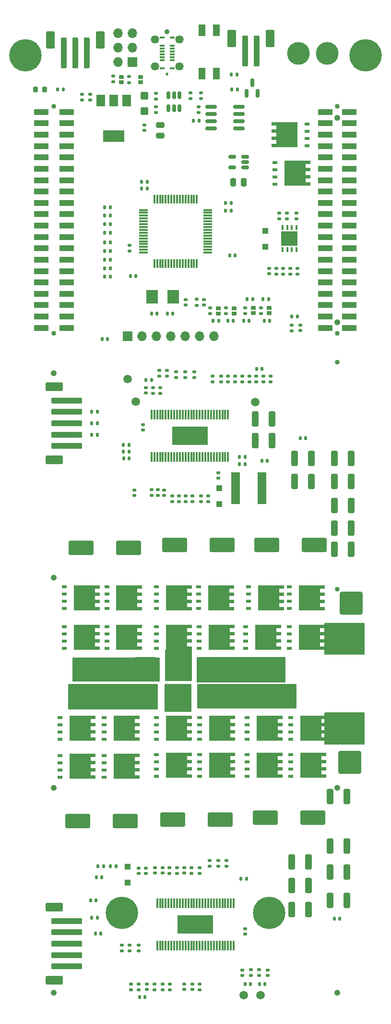
<source format=gbr>
%TF.GenerationSoftware,KiCad,Pcbnew,(6.0.10)*%
%TF.CreationDate,2023-04-24T21:45:00+09:00*%
%TF.ProjectId,qdrive_hw,71647269-7665-45f6-9877-2e6b69636164,rev?*%
%TF.SameCoordinates,Original*%
%TF.FileFunction,Soldermask,Top*%
%TF.FilePolarity,Negative*%
%FSLAX46Y46*%
G04 Gerber Fmt 4.6, Leading zero omitted, Abs format (unit mm)*
G04 Created by KiCad (PCBNEW (6.0.10)) date 2023-04-24 21:45:00*
%MOMM*%
%LPD*%
G01*
G04 APERTURE LIST*
G04 Aperture macros list*
%AMRoundRect*
0 Rectangle with rounded corners*
0 $1 Rounding radius*
0 $2 $3 $4 $5 $6 $7 $8 $9 X,Y pos of 4 corners*
0 Add a 4 corners polygon primitive as box body*
4,1,4,$2,$3,$4,$5,$6,$7,$8,$9,$2,$3,0*
0 Add four circle primitives for the rounded corners*
1,1,$1+$1,$2,$3*
1,1,$1+$1,$4,$5*
1,1,$1+$1,$6,$7*
1,1,$1+$1,$8,$9*
0 Add four rect primitives between the rounded corners*
20,1,$1+$1,$2,$3,$4,$5,0*
20,1,$1+$1,$4,$5,$6,$7,0*
20,1,$1+$1,$6,$7,$8,$9,0*
20,1,$1+$1,$8,$9,$2,$3,0*%
%AMFreePoly0*
4,1,15,-0.350000,0.260000,-0.210000,0.400000,0.280000,0.400000,0.306788,0.394672,0.329497,0.379497,0.344672,0.356788,0.350000,0.330000,0.350000,-0.330000,0.344672,-0.356788,0.329497,-0.379497,0.306788,-0.394672,0.280000,-0.400000,-0.210000,-0.400000,-0.350000,-0.260000,-0.350000,0.260000,-0.350000,0.260000,$1*%
%AMFreePoly1*
4,1,15,-0.350000,0.330000,-0.344672,0.356788,-0.329497,0.379497,-0.306788,0.394672,-0.280000,0.400000,0.210000,0.400000,0.350000,0.260000,0.350000,-0.260000,0.210000,-0.400000,-0.280000,-0.400000,-0.306788,-0.394672,-0.329497,-0.379497,-0.344672,-0.356788,-0.350000,-0.330000,-0.350000,0.330000,-0.350000,0.330000,$1*%
%AMFreePoly2*
4,1,17,2.675000,1.605000,1.875000,1.605000,1.875000,0.935000,2.675000,0.935000,2.675000,0.335000,1.875000,0.335000,1.875000,-0.335000,2.675000,-0.335000,2.675000,-0.935000,1.875000,-0.935000,1.875000,-1.605000,2.675000,-1.605000,2.675000,-2.205000,-1.875000,-2.205000,-1.875000,2.205000,2.675000,2.205000,2.675000,1.605000,2.675000,1.605000,$1*%
G04 Aperture macros list end*
%ADD10C,0.150000*%
%ADD11RoundRect,0.250000X-0.325000X-1.100000X0.325000X-1.100000X0.325000X1.100000X-0.325000X1.100000X0*%
%ADD12RoundRect,0.140000X0.170000X-0.140000X0.170000X0.140000X-0.170000X0.140000X-0.170000X-0.140000X0*%
%ADD13R,1.200000X2.000000*%
%ADD14RoundRect,0.140000X-0.140000X-0.170000X0.140000X-0.170000X0.140000X0.170000X-0.140000X0.170000X0*%
%ADD15RoundRect,0.135000X0.135000X0.185000X-0.135000X0.185000X-0.135000X-0.185000X0.135000X-0.185000X0*%
%ADD16C,1.500000*%
%ADD17RoundRect,0.135000X0.185000X-0.135000X0.185000X0.135000X-0.185000X0.135000X-0.185000X-0.135000X0*%
%ADD18RoundRect,0.135000X-0.185000X0.135000X-0.185000X-0.135000X0.185000X-0.135000X0.185000X0.135000X0*%
%ADD19RoundRect,0.135000X-0.135000X-0.185000X0.135000X-0.185000X0.135000X0.185000X-0.135000X0.185000X0*%
%ADD20C,0.850000*%
%ADD21R,2.500000X1.000000*%
%ADD22FreePoly0,270.000000*%
%ADD23FreePoly1,270.000000*%
%ADD24RoundRect,0.140000X-0.170000X0.140000X-0.170000X-0.140000X0.170000X-0.140000X0.170000X0.140000X0*%
%ADD25RoundRect,0.250000X-1.750000X1.750000X-1.750000X-1.750000X1.750000X-1.750000X1.750000X1.750000X0*%
%ADD26FreePoly2,0.000000*%
%ADD27R,0.850000X0.500000*%
%ADD28RoundRect,0.140000X0.140000X0.170000X-0.140000X0.170000X-0.140000X-0.170000X0.140000X-0.170000X0*%
%ADD29RoundRect,0.150000X0.512500X0.150000X-0.512500X0.150000X-0.512500X-0.150000X0.512500X-0.150000X0*%
%ADD30RoundRect,0.150000X0.150000X-0.587500X0.150000X0.587500X-0.150000X0.587500X-0.150000X-0.587500X0*%
%ADD31RoundRect,0.250000X2.500000X-0.250000X2.500000X0.250000X-2.500000X0.250000X-2.500000X-0.250000X0*%
%ADD32RoundRect,0.250000X1.250000X-0.550000X1.250000X0.550000X-1.250000X0.550000X-1.250000X-0.550000X0*%
%ADD33R,1.100000X1.100000*%
%ADD34RoundRect,0.250000X-1.750000X-1.750000X1.750000X-1.750000X1.750000X1.750000X-1.750000X1.750000X0*%
%ADD35R,2.000000X2.400000*%
%ADD36RoundRect,0.011200X0.128800X-0.773800X0.128800X0.773800X-0.128800X0.773800X-0.128800X-0.773800X0*%
%ADD37C,0.500000*%
%ADD38R,6.350000X3.235000*%
%ADD39RoundRect,0.250000X1.750000X1.750000X-1.750000X1.750000X-1.750000X-1.750000X1.750000X-1.750000X0*%
%ADD40C,4.000000*%
%ADD41C,0.520000*%
%ADD42C,0.890000*%
%ADD43R,0.870000X0.300000*%
%ADD44C,1.460000*%
%ADD45RoundRect,0.250000X0.250000X0.475000X-0.250000X0.475000X-0.250000X-0.475000X0.250000X-0.475000X0*%
%ADD46RoundRect,0.250000X-0.250000X-2.500000X0.250000X-2.500000X0.250000X2.500000X-0.250000X2.500000X0*%
%ADD47RoundRect,0.250000X-0.550000X-1.250000X0.550000X-1.250000X0.550000X1.250000X-0.550000X1.250000X0*%
%ADD48RoundRect,0.075000X0.075000X-0.700000X0.075000X0.700000X-0.075000X0.700000X-0.075000X-0.700000X0*%
%ADD49RoundRect,0.075000X0.700000X-0.075000X0.700000X0.075000X-0.700000X0.075000X-0.700000X-0.075000X0*%
%ADD50C,5.700000*%
%ADD51RoundRect,0.250000X0.325000X1.100000X-0.325000X1.100000X-0.325000X-1.100000X0.325000X-1.100000X0*%
%ADD52C,3.600000*%
%ADD53RoundRect,0.250000X0.425000X-0.450000X0.425000X0.450000X-0.425000X0.450000X-0.425000X-0.450000X0*%
%ADD54RoundRect,0.250000X1.950000X1.000000X-1.950000X1.000000X-1.950000X-1.000000X1.950000X-1.000000X0*%
%ADD55R,1.700000X1.700000*%
%ADD56O,1.700000X1.700000*%
%ADD57C,1.050000*%
%ADD58RoundRect,0.218750X-0.218750X-0.256250X0.218750X-0.256250X0.218750X0.256250X-0.218750X0.256250X0*%
%ADD59R,1.600000X5.700000*%
%ADD60R,1.500000X2.000000*%
%ADD61R,3.800000X2.000000*%
%ADD62RoundRect,0.150000X-0.825000X-0.150000X0.825000X-0.150000X0.825000X0.150000X-0.825000X0.150000X0*%
%ADD63RoundRect,0.250000X0.475000X-0.250000X0.475000X0.250000X-0.475000X0.250000X-0.475000X-0.250000X0*%
%ADD64RoundRect,0.011200X-0.128800X0.773800X-0.128800X-0.773800X0.128800X-0.773800X0.128800X0.773800X0*%
%ADD65RoundRect,0.075000X0.075000X-0.362500X0.075000X0.362500X-0.075000X0.362500X-0.075000X-0.362500X0*%
%ADD66R,3.000000X2.600000*%
%ADD67FreePoly2,180.000000*%
%ADD68FreePoly0,90.000000*%
%ADD69FreePoly1,90.000000*%
%ADD70RoundRect,0.150000X-0.150000X0.512500X-0.150000X-0.512500X0.150000X-0.512500X0.150000X0.512500X0*%
G04 APERTURE END LIST*
D10*
X181650000Y-157100000D02*
X166350000Y-157100000D01*
X166350000Y-157100000D02*
X166350000Y-161200000D01*
X166350000Y-161200000D02*
X181650000Y-161200000D01*
X181650000Y-161200000D02*
X181650000Y-157100000D01*
G36*
X181650000Y-157100000D02*
G01*
X166350000Y-157100000D01*
X166350000Y-161200000D01*
X181650000Y-161200000D01*
X181650000Y-157100000D01*
G37*
X187175000Y-161800000D02*
X182625000Y-161800000D01*
X182625000Y-161800000D02*
X182625000Y-166500000D01*
X182625000Y-166500000D02*
X187175000Y-166500000D01*
X187175000Y-166500000D02*
X187175000Y-161800000D01*
G36*
X187175000Y-161800000D02*
G01*
X182625000Y-161800000D01*
X182625000Y-166500000D01*
X187175000Y-166500000D01*
X187175000Y-161800000D01*
G37*
X203800000Y-157025000D02*
X188300000Y-157025000D01*
X188300000Y-157025000D02*
X188300000Y-161375000D01*
X188300000Y-161375000D02*
X203800000Y-161375000D01*
X203800000Y-161375000D02*
X203800000Y-157025000D01*
G36*
X203800000Y-157025000D02*
G01*
X188300000Y-157025000D01*
X188300000Y-161375000D01*
X203800000Y-161375000D01*
X203800000Y-157025000D01*
G37*
X187300000Y-155650000D02*
X182750000Y-155650000D01*
X182750000Y-155650000D02*
X182750000Y-161100000D01*
X182750000Y-161100000D02*
X187300000Y-161100000D01*
X187300000Y-161100000D02*
X187300000Y-155650000D01*
G36*
X187300000Y-155650000D02*
G01*
X182750000Y-155650000D01*
X182750000Y-161100000D01*
X187300000Y-161100000D01*
X187300000Y-155650000D01*
G37*
X217750000Y-151000000D02*
X210850000Y-151000000D01*
X210850000Y-151000000D02*
X210850000Y-156450000D01*
X210850000Y-156450000D02*
X217750000Y-156450000D01*
X217750000Y-156450000D02*
X217750000Y-151000000D01*
G36*
X217750000Y-151000000D02*
G01*
X210850000Y-151000000D01*
X210850000Y-156450000D01*
X217750000Y-156450000D01*
X217750000Y-151000000D01*
G37*
X181300000Y-161750000D02*
X165650000Y-161750000D01*
X165650000Y-161750000D02*
X165650000Y-166050000D01*
X165650000Y-166050000D02*
X181300000Y-166050000D01*
X181300000Y-166050000D02*
X181300000Y-161750000D01*
G36*
X181300000Y-161750000D02*
G01*
X165650000Y-161750000D01*
X165650000Y-166050000D01*
X181300000Y-166050000D01*
X181300000Y-161750000D01*
G37*
X205750000Y-161750000D02*
X188400000Y-161750000D01*
X188400000Y-161750000D02*
X188400000Y-165950000D01*
X188400000Y-165950000D02*
X205750000Y-165950000D01*
X205750000Y-165950000D02*
X205750000Y-161750000D01*
G36*
X205750000Y-161750000D02*
G01*
X188400000Y-161750000D01*
X188400000Y-165950000D01*
X205750000Y-165950000D01*
X205750000Y-161750000D01*
G37*
X217750000Y-166800000D02*
X210850000Y-166800000D01*
X210850000Y-166800000D02*
X210850000Y-172250000D01*
X210850000Y-172250000D02*
X217750000Y-172250000D01*
X217750000Y-172250000D02*
X217750000Y-166800000D01*
G36*
X217750000Y-166800000D02*
G01*
X210850000Y-166800000D01*
X210850000Y-172250000D01*
X217750000Y-172250000D01*
X217750000Y-166800000D01*
G37*
D11*
%TO.C,C308*%
X212525000Y-134250000D03*
X215475000Y-134250000D03*
%TD*%
D12*
%TO.C,C215*%
X168000000Y-58880000D03*
X168000000Y-57920000D03*
%TD*%
D13*
%TO.C,SW201*%
X191670000Y-46590000D03*
X189130000Y-46590000D03*
X189130000Y-54210000D03*
X191670000Y-54210000D03*
%TD*%
D14*
%TO.C,C226*%
X191120000Y-97800000D03*
X192080000Y-97800000D03*
%TD*%
D11*
%TO.C,C401*%
X211775000Y-194750000D03*
X214725000Y-194750000D03*
%TD*%
D15*
%TO.C,R216*%
X173010000Y-88500000D03*
X171990000Y-88500000D03*
%TD*%
D16*
%TO.C,TP302*%
X177500000Y-112000000D03*
%TD*%
D17*
%TO.C,R304*%
X191000000Y-108510000D03*
X191000000Y-107490000D03*
%TD*%
D16*
%TO.C,TP301*%
X176000000Y-108000000D03*
%TD*%
D12*
%TO.C,C217*%
X179000000Y-64230000D03*
X179000000Y-63270000D03*
%TD*%
D17*
%TO.C,R411*%
X188750000Y-195010000D03*
X188750000Y-193990000D03*
%TD*%
D18*
%TO.C,R418*%
X199250000Y-211990000D03*
X199250000Y-213010000D03*
%TD*%
%TO.C,R404*%
X183500000Y-214490000D03*
X183500000Y-215510000D03*
%TD*%
D19*
%TO.C,R202*%
X194290000Y-54400000D03*
X195310000Y-54400000D03*
%TD*%
D20*
%TO.C,J204*%
X163000000Y-60000000D03*
X163000000Y-100000000D03*
D21*
X165250000Y-61000000D03*
X160750000Y-61000000D03*
X165250000Y-63000000D03*
X160750000Y-63000000D03*
X165250000Y-65000000D03*
X160750000Y-65000000D03*
X165250000Y-67000000D03*
X160750000Y-67000000D03*
X165250000Y-69000000D03*
X160750000Y-69000000D03*
X165250000Y-71000000D03*
X160750000Y-71000000D03*
X165250000Y-73000000D03*
X160750000Y-73000000D03*
X165250000Y-75000000D03*
X160750000Y-75000000D03*
X165250000Y-77000000D03*
X160750000Y-77000000D03*
X165250000Y-79000000D03*
X160750000Y-79000000D03*
X165250000Y-81000000D03*
X160750000Y-81000000D03*
X165250000Y-83000000D03*
X160750000Y-83000000D03*
X165250000Y-85000000D03*
X160750000Y-85000000D03*
X165250000Y-87000000D03*
X160750000Y-87000000D03*
X165250000Y-89000000D03*
X160750000Y-89000000D03*
X165250000Y-91000000D03*
X160750000Y-91000000D03*
X165250000Y-93000000D03*
X160750000Y-93000000D03*
X165250000Y-95000000D03*
X160750000Y-95000000D03*
X165250000Y-97000000D03*
X160750000Y-97000000D03*
X165250000Y-99000000D03*
X160750000Y-99000000D03*
%TD*%
D18*
%TO.C,R201*%
X176400000Y-84490000D03*
X176400000Y-85510000D03*
%TD*%
D14*
%TO.C,C335*%
X169720000Y-113800000D03*
X170680000Y-113800000D03*
%TD*%
%TO.C,C209*%
X183020000Y-96500000D03*
X183980000Y-96500000D03*
%TD*%
D22*
%TO.C,JP204*%
X192000000Y-95550000D03*
D23*
X192000000Y-96450000D03*
%TD*%
D24*
%TO.C,C204*%
X186250000Y-94020000D03*
X186250000Y-94980000D03*
%TD*%
D17*
%TO.C,R205*%
X204750000Y-89510000D03*
X204750000Y-88490000D03*
%TD*%
D25*
%TO.C,J306*%
X185000000Y-159000000D03*
%TD*%
D12*
%TO.C,C216*%
X181000000Y-61080000D03*
X181000000Y-60120000D03*
%TD*%
D17*
%TO.C,R414*%
X193500000Y-193760000D03*
X193500000Y-192740000D03*
%TD*%
D26*
%TO.C,Q308*%
X184650000Y-153500000D03*
D27*
X181100000Y-151595000D03*
X181100000Y-152865000D03*
X181100000Y-154135000D03*
X181100000Y-155405000D03*
%TD*%
D17*
%TO.C,R403*%
X188750000Y-215510000D03*
X188750000Y-214490000D03*
%TD*%
D28*
%TO.C,C423*%
X171480000Y-195750000D03*
X170520000Y-195750000D03*
%TD*%
%TO.C,C201*%
X194280000Y-78400000D03*
X193320000Y-78400000D03*
%TD*%
D18*
%TO.C,R229*%
X189000000Y-57590000D03*
X189000000Y-58610000D03*
%TD*%
D29*
%TO.C,U205*%
X196737500Y-70750000D03*
X196737500Y-69800000D03*
X196737500Y-68850000D03*
X194462500Y-68850000D03*
X194462500Y-70750000D03*
%TD*%
D28*
%TO.C,C326*%
X176280000Y-122000000D03*
X175320000Y-122000000D03*
%TD*%
D26*
%TO.C,Q404*%
X167650000Y-169500000D03*
D27*
X164100000Y-167595000D03*
X164100000Y-168865000D03*
X164100000Y-170135000D03*
X164100000Y-171405000D03*
%TD*%
D26*
%TO.C,Q401*%
X175450000Y-176200000D03*
D27*
X171900000Y-174295000D03*
X171900000Y-175565000D03*
X171900000Y-176835000D03*
X171900000Y-178105000D03*
%TD*%
D18*
%TO.C,R419*%
X175000000Y-207690000D03*
X175000000Y-208710000D03*
%TD*%
D14*
%TO.C,C219*%
X171520000Y-101000000D03*
X172480000Y-101000000D03*
%TD*%
D26*
%TO.C,Q304*%
X200400000Y-153500000D03*
D27*
X196850000Y-151595000D03*
X196850000Y-152865000D03*
X196850000Y-154135000D03*
X196850000Y-155405000D03*
%TD*%
D30*
%TO.C,D203*%
X197050000Y-57737500D03*
X198950000Y-57737500D03*
X198000000Y-55862500D03*
%TD*%
D22*
%TO.C,JP203*%
X194800000Y-95550000D03*
D23*
X194800000Y-96450000D03*
%TD*%
D15*
%TO.C,R213*%
X173010000Y-85500000D03*
X171990000Y-85500000D03*
%TD*%
D19*
%TO.C,R209*%
X205000000Y-97000000D03*
X206020000Y-97000000D03*
%TD*%
D26*
%TO.C,Q201*%
X205550000Y-71800000D03*
D27*
X202000000Y-69895000D03*
X202000000Y-71165000D03*
X202000000Y-72435000D03*
X202000000Y-73705000D03*
%TD*%
D28*
%TO.C,C207*%
X194980000Y-86250000D03*
X194020000Y-86250000D03*
%TD*%
D18*
%TO.C,R222*%
X190600000Y-95490000D03*
X190600000Y-96510000D03*
%TD*%
D26*
%TO.C,Q412*%
X200650000Y-169500000D03*
D27*
X197100000Y-167595000D03*
X197100000Y-168865000D03*
X197100000Y-170135000D03*
X197100000Y-171405000D03*
%TD*%
D24*
%TO.C,C413*%
X180860000Y-194020000D03*
X180860000Y-194980000D03*
%TD*%
D17*
%TO.C,R318*%
X180500000Y-110510000D03*
X180500000Y-109490000D03*
%TD*%
D31*
%TO.C,J303*%
X165300000Y-119800000D03*
X165300000Y-117800000D03*
X165300000Y-115800000D03*
X165300000Y-113800000D03*
X165300000Y-111800000D03*
D32*
X163050000Y-109400000D03*
X163050000Y-122200000D03*
%TD*%
D33*
%TO.C,D301*%
X192200000Y-127200000D03*
X192200000Y-130000000D03*
%TD*%
D14*
%TO.C,C409*%
X196770000Y-214500000D03*
X197730000Y-214500000D03*
%TD*%
D12*
%TO.C,C218*%
X169400000Y-58880000D03*
X169400000Y-57920000D03*
%TD*%
D19*
%TO.C,R423*%
X170740000Y-193750000D03*
X171760000Y-193750000D03*
%TD*%
D26*
%TO.C,Q309*%
X175900000Y-146500000D03*
D27*
X172350000Y-144595000D03*
X172350000Y-145865000D03*
X172350000Y-147135000D03*
X172350000Y-148405000D03*
%TD*%
D19*
%TO.C,TH301*%
X175290000Y-119600000D03*
X176310000Y-119600000D03*
%TD*%
D12*
%TO.C,C417*%
X190500000Y-193730000D03*
X190500000Y-192770000D03*
%TD*%
D14*
%TO.C,C324*%
X198770000Y-106250000D03*
X199730000Y-106250000D03*
%TD*%
D19*
%TO.C,R206*%
X187590000Y-62500000D03*
X188610000Y-62500000D03*
%TD*%
D34*
%TO.C,J401*%
X179200000Y-164100000D03*
%TD*%
D15*
%TO.C,R220*%
X173010000Y-77750000D03*
X171990000Y-77750000D03*
%TD*%
D11*
%TO.C,C304*%
X212525000Y-138000000D03*
X215475000Y-138000000D03*
%TD*%
D12*
%TO.C,C311*%
X179250000Y-110480000D03*
X179250000Y-109520000D03*
%TD*%
D33*
%TO.C,D201*%
X200350000Y-81912500D03*
X200350000Y-84712500D03*
%TD*%
D28*
%TO.C,C202*%
X194280000Y-77000000D03*
X193320000Y-77000000D03*
%TD*%
D26*
%TO.C,Q407*%
X184650000Y-176000000D03*
D27*
X181100000Y-174095000D03*
X181100000Y-175365000D03*
X181100000Y-176635000D03*
X181100000Y-177905000D03*
%TD*%
D17*
%TO.C,R210*%
X205000000Y-99510000D03*
X205000000Y-98490000D03*
%TD*%
%TO.C,R305*%
X201250000Y-108510000D03*
X201250000Y-107490000D03*
%TD*%
D14*
%TO.C,C334*%
X169720000Y-115800000D03*
X170680000Y-115800000D03*
%TD*%
D26*
%TO.C,Q405*%
X192250000Y-176000000D03*
D27*
X188700000Y-174095000D03*
X188700000Y-175365000D03*
X188700000Y-176635000D03*
X188700000Y-177905000D03*
%TD*%
D35*
%TO.C,Y201*%
X184050000Y-93500000D03*
X180350000Y-93500000D03*
%TD*%
D12*
%TO.C,C320*%
X200000000Y-108480000D03*
X200000000Y-107520000D03*
%TD*%
D36*
%TO.C,U401*%
X181250000Y-207720000D03*
X181750000Y-207720000D03*
X182250000Y-207720000D03*
X182750000Y-207720000D03*
X183250000Y-207720000D03*
X183750000Y-207720000D03*
X184250000Y-207720000D03*
X184750000Y-207720000D03*
X185250000Y-207720000D03*
X185750000Y-207720000D03*
X186250000Y-207720000D03*
X186750000Y-207720000D03*
X187250000Y-207720000D03*
X187750000Y-207720000D03*
X188250000Y-207720000D03*
X188750000Y-207720000D03*
X189250000Y-207720000D03*
X189750000Y-207720000D03*
X190250000Y-207720000D03*
X190750000Y-207720000D03*
X191250000Y-207720000D03*
X191750000Y-207720000D03*
X192250000Y-207720000D03*
X192750000Y-207720000D03*
X193250000Y-207720000D03*
X193750000Y-207720000D03*
X194250000Y-207720000D03*
X194750000Y-207720000D03*
X194750000Y-200280000D03*
X194250000Y-200280000D03*
X193750000Y-200280000D03*
X193250000Y-200280000D03*
X192750000Y-200280000D03*
X192250000Y-200280000D03*
X191750000Y-200280000D03*
X191250000Y-200280000D03*
X190750000Y-200280000D03*
X190250000Y-200280000D03*
X189750000Y-200280000D03*
X189250000Y-200280000D03*
X188750000Y-200280000D03*
X188250000Y-200280000D03*
X187750000Y-200280000D03*
X187250000Y-200280000D03*
X186750000Y-200280000D03*
X186250000Y-200280000D03*
X185750000Y-200280000D03*
X185250000Y-200280000D03*
X184750000Y-200280000D03*
X184250000Y-200280000D03*
X183750000Y-200280000D03*
X183250000Y-200280000D03*
X182750000Y-200280000D03*
X182250000Y-200280000D03*
X181750000Y-200280000D03*
X181250000Y-200280000D03*
D37*
X187300000Y-202800000D03*
X188700000Y-204400000D03*
X190800000Y-202800000D03*
X185200000Y-205200000D03*
X190100000Y-204400000D03*
D38*
X188000000Y-204000000D03*
D37*
X186600000Y-204400000D03*
X189400000Y-203600000D03*
X189400000Y-204400000D03*
X190800000Y-205200000D03*
X190800000Y-204400000D03*
X188000000Y-202800000D03*
X189400000Y-205200000D03*
X187300000Y-205200000D03*
X190100000Y-203600000D03*
X190100000Y-205200000D03*
X185900000Y-205200000D03*
X190100000Y-202800000D03*
X185900000Y-204400000D03*
X188000000Y-203600000D03*
X186600000Y-202800000D03*
X185900000Y-203600000D03*
X185900000Y-202800000D03*
X186600000Y-205200000D03*
X185200000Y-203600000D03*
X188700000Y-203600000D03*
X187300000Y-203600000D03*
X186600000Y-203600000D03*
X189400000Y-202800000D03*
X190800000Y-203600000D03*
X185200000Y-204400000D03*
X187300000Y-204400000D03*
X188000000Y-204400000D03*
X185200000Y-202800000D03*
X188000000Y-205200000D03*
X188700000Y-202800000D03*
X188700000Y-205200000D03*
%TD*%
D12*
%TO.C,C318*%
X182500000Y-128480000D03*
X182500000Y-127520000D03*
%TD*%
D15*
%TO.C,R211*%
X173010000Y-79250000D03*
X171990000Y-79250000D03*
%TD*%
D39*
%TO.C,J302*%
X215500000Y-153500000D03*
%TD*%
D17*
%TO.C,R233*%
X187100000Y-58610000D03*
X187100000Y-57590000D03*
%TD*%
D18*
%TO.C,R313*%
X181380000Y-127490000D03*
X181380000Y-128510000D03*
%TD*%
D33*
%TO.C,D401*%
X176000000Y-196650000D03*
X176000000Y-193850000D03*
%TD*%
D12*
%TO.C,C406*%
X187500000Y-215480000D03*
X187500000Y-214520000D03*
%TD*%
D17*
%TO.C,R203*%
X203500000Y-89510000D03*
X203500000Y-88490000D03*
%TD*%
D12*
%TO.C,C415*%
X182200000Y-194980000D03*
X182200000Y-194020000D03*
%TD*%
D17*
%TO.C,R208*%
X205800000Y-79822500D03*
X205800000Y-78802500D03*
%TD*%
D34*
%TO.C,J307*%
X179200000Y-159000000D03*
%TD*%
D40*
%TO.C,J203*%
X206200000Y-50700000D03*
X211280000Y-50700000D03*
%TD*%
D28*
%TO.C,C208*%
X181230000Y-96500000D03*
X180270000Y-96500000D03*
%TD*%
D18*
%TO.C,R417*%
X197750000Y-211990000D03*
X197750000Y-213010000D03*
%TD*%
%TO.C,R225*%
X199600000Y-95440000D03*
X199600000Y-96460000D03*
%TD*%
D12*
%TO.C,C210*%
X189500000Y-94980000D03*
X189500000Y-94020000D03*
%TD*%
D14*
%TO.C,C432*%
X212520000Y-203000000D03*
X213480000Y-203000000D03*
%TD*%
D41*
%TO.C,J201*%
X183000000Y-54350000D03*
D42*
X183000000Y-46850000D03*
D43*
X182135000Y-53350000D03*
X182135000Y-51850000D03*
X182135000Y-51350000D03*
X182135000Y-50850000D03*
X182135000Y-50350000D03*
X182135000Y-49850000D03*
X182135000Y-49350000D03*
X182135000Y-47850000D03*
X183865000Y-47850000D03*
X183865000Y-49350000D03*
X183865000Y-49850000D03*
X183865000Y-50350000D03*
X183865000Y-50850000D03*
X183865000Y-51350000D03*
X183865000Y-51850000D03*
X183865000Y-53350000D03*
D44*
X180850000Y-53000000D03*
X180850000Y-48200000D03*
X185150000Y-48200000D03*
X185150000Y-53000000D03*
%TD*%
D15*
%TO.C,TH401*%
X174010000Y-193750000D03*
X172990000Y-193750000D03*
%TD*%
D26*
%TO.C,Q402*%
X175450000Y-169500000D03*
D27*
X171900000Y-167595000D03*
X171900000Y-168865000D03*
X171900000Y-170135000D03*
X171900000Y-171405000D03*
%TD*%
D34*
%TO.C,J309*%
X215500000Y-147500000D03*
%TD*%
D28*
%TO.C,C410*%
X200230000Y-214500000D03*
X199270000Y-214500000D03*
%TD*%
D15*
%TO.C,R221*%
X173010000Y-80750000D03*
X171990000Y-80750000D03*
%TD*%
D24*
%TO.C,C307*%
X187800000Y-106770000D03*
X187800000Y-107730000D03*
%TD*%
D34*
%TO.C,J409*%
X215250000Y-175500000D03*
%TD*%
D18*
%TO.C,R307*%
X196250000Y-107490000D03*
X196250000Y-108510000D03*
%TD*%
D28*
%TO.C,C424*%
X171280000Y-205600000D03*
X170320000Y-205600000D03*
%TD*%
D24*
%TO.C,C306*%
X186200000Y-106770000D03*
X186200000Y-107730000D03*
%TD*%
D16*
%TO.C,TP305*%
X198580000Y-112100000D03*
%TD*%
D24*
%TO.C,C407*%
X186000000Y-214520000D03*
X186000000Y-215480000D03*
%TD*%
D22*
%TO.C,JP202*%
X198200000Y-95500000D03*
D23*
X198200000Y-96400000D03*
%TD*%
D45*
%TO.C,C221*%
X196550000Y-73400000D03*
X194650000Y-73400000D03*
%TD*%
D26*
%TO.C,Q410*%
X208400000Y-169500000D03*
D27*
X204850000Y-167595000D03*
X204850000Y-168865000D03*
X204850000Y-170135000D03*
X204850000Y-171405000D03*
%TD*%
D14*
%TO.C,C224*%
X196520000Y-97800000D03*
X197480000Y-97800000D03*
%TD*%
D46*
%TO.C,J202*%
X196800000Y-50300000D03*
X198800000Y-50300000D03*
D47*
X201200000Y-48050000D03*
X194400000Y-48050000D03*
%TD*%
D24*
%TO.C,C419*%
X179400000Y-214520000D03*
X179400000Y-215480000D03*
%TD*%
D17*
%TO.C,R410*%
X187250000Y-195010000D03*
X187250000Y-193990000D03*
%TD*%
D26*
%TO.C,Q411*%
X200650000Y-176000000D03*
D27*
X197100000Y-174095000D03*
X197100000Y-175365000D03*
X197100000Y-176635000D03*
X197100000Y-177905000D03*
%TD*%
D48*
%TO.C,U201*%
X180750000Y-87675000D03*
X181250000Y-87675000D03*
X181750000Y-87675000D03*
X182250000Y-87675000D03*
X182750000Y-87675000D03*
X183250000Y-87675000D03*
X183750000Y-87675000D03*
X184250000Y-87675000D03*
X184750000Y-87675000D03*
X185250000Y-87675000D03*
X185750000Y-87675000D03*
X186250000Y-87675000D03*
X186750000Y-87675000D03*
X187250000Y-87675000D03*
X187750000Y-87675000D03*
X188250000Y-87675000D03*
D49*
X190175000Y-85750000D03*
X190175000Y-85250000D03*
X190175000Y-84750000D03*
X190175000Y-84250000D03*
X190175000Y-83750000D03*
X190175000Y-83250000D03*
X190175000Y-82750000D03*
X190175000Y-82250000D03*
X190175000Y-81750000D03*
X190175000Y-81250000D03*
X190175000Y-80750000D03*
X190175000Y-80250000D03*
X190175000Y-79750000D03*
X190175000Y-79250000D03*
X190175000Y-78750000D03*
X190175000Y-78250000D03*
D48*
X188250000Y-76325000D03*
X187750000Y-76325000D03*
X187250000Y-76325000D03*
X186750000Y-76325000D03*
X186250000Y-76325000D03*
X185750000Y-76325000D03*
X185250000Y-76325000D03*
X184750000Y-76325000D03*
X184250000Y-76325000D03*
X183750000Y-76325000D03*
X183250000Y-76325000D03*
X182750000Y-76325000D03*
X182250000Y-76325000D03*
X181750000Y-76325000D03*
X181250000Y-76325000D03*
X180750000Y-76325000D03*
D49*
X178825000Y-78250000D03*
X178825000Y-78750000D03*
X178825000Y-79250000D03*
X178825000Y-79750000D03*
X178825000Y-80250000D03*
X178825000Y-80750000D03*
X178825000Y-81250000D03*
X178825000Y-81750000D03*
X178825000Y-82250000D03*
X178825000Y-82750000D03*
X178825000Y-83250000D03*
X178825000Y-83750000D03*
X178825000Y-84250000D03*
X178825000Y-84750000D03*
X178825000Y-85250000D03*
X178825000Y-85750000D03*
%TD*%
D11*
%TO.C,C404*%
X211775000Y-190250000D03*
X214725000Y-190250000D03*
%TD*%
D19*
%TO.C,R204*%
X194390000Y-57000000D03*
X195410000Y-57000000D03*
%TD*%
D12*
%TO.C,C420*%
X179250000Y-195080000D03*
X179250000Y-194120000D03*
%TD*%
D50*
%TO.C,H401*%
X175000000Y-202000000D03*
%TD*%
D18*
%TO.C,R223*%
X193400000Y-95490000D03*
X193400000Y-96510000D03*
%TD*%
D17*
%TO.C,R231*%
X176300000Y-55810000D03*
X176300000Y-54790000D03*
%TD*%
D51*
%TO.C,C418*%
X207975000Y-197200000D03*
X205025000Y-197200000D03*
%TD*%
D12*
%TO.C,C312*%
X183000000Y-107480000D03*
X183000000Y-106520000D03*
%TD*%
D52*
%TO.C,H203*%
X158000000Y-51000000D03*
D50*
X158000000Y-51000000D03*
%TD*%
D31*
%TO.C,J406*%
X165300000Y-211400000D03*
X165300000Y-209400000D03*
X165300000Y-207400000D03*
X165300000Y-205400000D03*
X165300000Y-203400000D03*
D32*
X163050000Y-201000000D03*
X163050000Y-213800000D03*
%TD*%
D14*
%TO.C,C421*%
X178120000Y-216800000D03*
X179080000Y-216800000D03*
%TD*%
D18*
%TO.C,R303*%
X184600000Y-106740000D03*
X184600000Y-107760000D03*
%TD*%
D17*
%TO.C,R413*%
X192000000Y-193760000D03*
X192000000Y-192740000D03*
%TD*%
D14*
%TO.C,C205*%
X178520000Y-73250000D03*
X179480000Y-73250000D03*
%TD*%
%TO.C,C310*%
X179270000Y-108200000D03*
X180230000Y-108200000D03*
%TD*%
D22*
%TO.C,JP206*%
X174900000Y-54850000D03*
D23*
X174900000Y-55750000D03*
%TD*%
D34*
%TO.C,J403*%
X190800000Y-164000000D03*
%TD*%
D17*
%TO.C,R402*%
X184750000Y-195010000D03*
X184750000Y-193990000D03*
%TD*%
D18*
%TO.C,R302*%
X187480000Y-128590000D03*
X187480000Y-129610000D03*
%TD*%
D17*
%TO.C,R322*%
X198750000Y-108510000D03*
X198750000Y-107490000D03*
%TD*%
D24*
%TO.C,C411*%
X200750000Y-212020000D03*
X200750000Y-212980000D03*
%TD*%
%TO.C,C211*%
X201000000Y-88520000D03*
X201000000Y-89480000D03*
%TD*%
D14*
%TO.C,C206*%
X178520000Y-74500000D03*
X179480000Y-74500000D03*
%TD*%
D53*
%TO.C,C220*%
X179000000Y-60850000D03*
X179000000Y-58150000D03*
%TD*%
D16*
%TO.C,TP401*%
X196500000Y-216500000D03*
%TD*%
D54*
%TO.C,C327*%
X192700000Y-137250000D03*
X184300000Y-137250000D03*
%TD*%
D18*
%TO.C,R301*%
X190250000Y-128590000D03*
X190250000Y-129610000D03*
%TD*%
D26*
%TO.C,Q409*%
X208400000Y-176000000D03*
D27*
X204850000Y-174095000D03*
X204850000Y-175365000D03*
X204850000Y-176635000D03*
X204850000Y-177905000D03*
%TD*%
D17*
%TO.C,R234*%
X181000000Y-58710000D03*
X181000000Y-57690000D03*
%TD*%
%TO.C,R320*%
X192500000Y-108510000D03*
X192500000Y-107490000D03*
%TD*%
D24*
%TO.C,C332*%
X177200000Y-127520000D03*
X177200000Y-128480000D03*
%TD*%
D15*
%TO.C,R212*%
X173010000Y-84000000D03*
X171990000Y-84000000D03*
%TD*%
D17*
%TO.C,R321*%
X193750000Y-108510000D03*
X193750000Y-107490000D03*
%TD*%
D54*
%TO.C,C429*%
X175600000Y-185800000D03*
X167200000Y-185800000D03*
%TD*%
D11*
%TO.C,C325*%
X212525000Y-130250000D03*
X215475000Y-130250000D03*
%TD*%
D26*
%TO.C,Q311*%
X168400000Y-146500000D03*
D27*
X164850000Y-144595000D03*
X164850000Y-145865000D03*
X164850000Y-147135000D03*
X164850000Y-148405000D03*
%TD*%
D18*
%TO.C,R310*%
X185080000Y-128590000D03*
X185080000Y-129610000D03*
%TD*%
D17*
%TO.C,R319*%
X195000000Y-108510000D03*
X195000000Y-107490000D03*
%TD*%
D24*
%TO.C,C212*%
X188600000Y-60120000D03*
X188600000Y-61080000D03*
%TD*%
D55*
%TO.C,J208*%
X176875000Y-52200000D03*
D56*
X174335000Y-52200000D03*
X176875000Y-49660000D03*
X174335000Y-49660000D03*
X176875000Y-47120000D03*
X174335000Y-47120000D03*
%TD*%
D15*
%TO.C,R219*%
X200910000Y-93950000D03*
X199890000Y-93950000D03*
%TD*%
D16*
%TO.C,TP402*%
X199500000Y-216500000D03*
%TD*%
D51*
%TO.C,C301*%
X208475000Y-126000000D03*
X205525000Y-126000000D03*
%TD*%
D26*
%TO.C,Q302*%
X208150000Y-153500000D03*
D27*
X204600000Y-151595000D03*
X204600000Y-152865000D03*
X204600000Y-154135000D03*
X204600000Y-155405000D03*
%TD*%
D12*
%TO.C,C317*%
X186280000Y-129580000D03*
X186280000Y-128620000D03*
%TD*%
D14*
%TO.C,C302*%
X195770000Y-121750000D03*
X196730000Y-121750000D03*
%TD*%
D15*
%TO.C,R214*%
X173010000Y-82250000D03*
X171990000Y-82250000D03*
%TD*%
D11*
%TO.C,C315*%
X198525000Y-115000000D03*
X201475000Y-115000000D03*
%TD*%
D26*
%TO.C,Q408*%
X184650000Y-169500000D03*
D27*
X181100000Y-167595000D03*
X181100000Y-168865000D03*
X181100000Y-170135000D03*
X181100000Y-171405000D03*
%TD*%
D17*
%TO.C,R407*%
X182200000Y-215510000D03*
X182200000Y-214490000D03*
%TD*%
D14*
%TO.C,C225*%
X200120000Y-97800000D03*
X201080000Y-97800000D03*
%TD*%
D17*
%TO.C,R401*%
X183400000Y-195010000D03*
X183400000Y-193990000D03*
%TD*%
D51*
%TO.C,C422*%
X207975000Y-201400000D03*
X205025000Y-201400000D03*
%TD*%
D26*
%TO.C,Q306*%
X192215000Y-153500000D03*
D27*
X188665000Y-151595000D03*
X188665000Y-152865000D03*
X188665000Y-154135000D03*
X188665000Y-155405000D03*
%TD*%
D26*
%TO.C,Q305*%
X192150000Y-146500000D03*
D27*
X188600000Y-144595000D03*
X188600000Y-145865000D03*
X188600000Y-147135000D03*
X188600000Y-148405000D03*
%TD*%
D26*
%TO.C,Q307*%
X184650000Y-146500000D03*
D27*
X181100000Y-144595000D03*
X181100000Y-145865000D03*
X181100000Y-147135000D03*
X181100000Y-148405000D03*
%TD*%
D11*
%TO.C,C321*%
X198525000Y-118800000D03*
X201475000Y-118800000D03*
%TD*%
D22*
%TO.C,JP201*%
X201000000Y-95500000D03*
D23*
X201000000Y-96400000D03*
%TD*%
D17*
%TO.C,R317*%
X181750000Y-110510000D03*
X181750000Y-109490000D03*
%TD*%
D18*
%TO.C,R228*%
X188250000Y-93990000D03*
X188250000Y-95010000D03*
%TD*%
D15*
%TO.C,R215*%
X173010000Y-87000000D03*
X171990000Y-87000000D03*
%TD*%
%TO.C,R218*%
X198110000Y-93950000D03*
X197090000Y-93950000D03*
%TD*%
D26*
%TO.C,Q403*%
X167650000Y-176200000D03*
D27*
X164100000Y-174295000D03*
X164100000Y-175565000D03*
X164100000Y-176835000D03*
X164100000Y-178105000D03*
%TD*%
D18*
%TO.C,R406*%
X180800000Y-214490000D03*
X180800000Y-215510000D03*
%TD*%
%TO.C,R232*%
X173500000Y-54690000D03*
X173500000Y-55710000D03*
%TD*%
D54*
%TO.C,C428*%
X208700000Y-185250000D03*
X200300000Y-185250000D03*
%TD*%
D15*
%TO.C,R217*%
X173010000Y-90000000D03*
X171990000Y-90000000D03*
%TD*%
D57*
%TO.C,J205*%
X213000000Y-62000000D03*
X213000000Y-98000000D03*
D21*
X210875000Y-61000000D03*
X215125000Y-61000000D03*
X210875000Y-63000000D03*
X215125000Y-63000000D03*
X210875000Y-65000000D03*
X215125000Y-65000000D03*
X210875000Y-67000000D03*
X215125000Y-67000000D03*
X210875000Y-69000000D03*
X215125000Y-69000000D03*
X210875000Y-71000000D03*
X215125000Y-71000000D03*
X210875000Y-73000000D03*
X215125000Y-73000000D03*
X210875000Y-75000000D03*
X215125000Y-75000000D03*
X210875000Y-77000000D03*
X215125000Y-77000000D03*
X210875000Y-79000000D03*
X215125000Y-79000000D03*
X210875000Y-81000000D03*
X215125000Y-81000000D03*
X210875000Y-83000000D03*
X215125000Y-83000000D03*
X210875000Y-85000000D03*
X215125000Y-85000000D03*
X210875000Y-87000000D03*
X215125000Y-87000000D03*
X210875000Y-89000000D03*
X215125000Y-89000000D03*
X210875000Y-91000000D03*
X215125000Y-91000000D03*
X210875000Y-93000000D03*
X215125000Y-93000000D03*
X210875000Y-95000000D03*
X215125000Y-95000000D03*
X210875000Y-97000000D03*
X215125000Y-97000000D03*
X210875000Y-99000000D03*
X215125000Y-99000000D03*
%TD*%
D18*
%TO.C,R405*%
X176600000Y-214490000D03*
X176600000Y-215510000D03*
%TD*%
D58*
%TO.C,D204*%
X159812500Y-57000000D03*
X161387500Y-57000000D03*
%TD*%
D14*
%TO.C,C314*%
X195770000Y-123000000D03*
X196730000Y-123000000D03*
%TD*%
D26*
%TO.C,Q310*%
X175900000Y-153500000D03*
D27*
X172350000Y-151595000D03*
X172350000Y-152865000D03*
X172350000Y-154135000D03*
X172350000Y-155405000D03*
%TD*%
D15*
%TO.C,R226*%
X164710000Y-57000000D03*
X163690000Y-57000000D03*
%TD*%
D17*
%TO.C,R306*%
X197500000Y-108510000D03*
X197500000Y-107490000D03*
%TD*%
D24*
%TO.C,C214*%
X206500000Y-98520000D03*
X206500000Y-99480000D03*
%TD*%
D12*
%TO.C,C336*%
X178750000Y-116980000D03*
X178750000Y-116020000D03*
%TD*%
D24*
%TO.C,C213*%
X202800000Y-78832500D03*
X202800000Y-79792500D03*
%TD*%
D59*
%TO.C,L301*%
X195050000Y-127250000D03*
X199750000Y-127250000D03*
%TD*%
D24*
%TO.C,C412*%
X196250000Y-212020000D03*
X196250000Y-212980000D03*
%TD*%
D11*
%TO.C,C408*%
X211775000Y-181500000D03*
X214725000Y-181500000D03*
%TD*%
D60*
%TO.C,U204*%
X175900000Y-58950000D03*
X173600000Y-58950000D03*
X171300000Y-58950000D03*
D61*
X173600000Y-65250000D03*
%TD*%
D28*
%TO.C,C322*%
X207480000Y-118400000D03*
X206520000Y-118400000D03*
%TD*%
D26*
%TO.C,Q312*%
X168400000Y-153500000D03*
D27*
X164850000Y-151595000D03*
X164850000Y-152865000D03*
X164850000Y-154135000D03*
X164850000Y-155405000D03*
%TD*%
D11*
%TO.C,C331*%
X212525000Y-126000000D03*
X215475000Y-126000000D03*
%TD*%
D14*
%TO.C,C414*%
X196040000Y-196000000D03*
X197000000Y-196000000D03*
%TD*%
D12*
%TO.C,C316*%
X189000000Y-129580000D03*
X189000000Y-128620000D03*
%TD*%
D62*
%TO.C,U202*%
X190725000Y-60095000D03*
X190725000Y-61365000D03*
X190725000Y-62635000D03*
X190725000Y-63905000D03*
X195675000Y-63905000D03*
X195675000Y-62635000D03*
X195675000Y-61365000D03*
X195675000Y-60095000D03*
%TD*%
D63*
%TO.C,C222*%
X181750000Y-65200000D03*
X181750000Y-63300000D03*
%TD*%
D52*
%TO.C,H204*%
X218000000Y-51000000D03*
D50*
X218000000Y-51000000D03*
%TD*%
D28*
%TO.C,C425*%
X170680000Y-202800000D03*
X169720000Y-202800000D03*
%TD*%
%TO.C,C426*%
X170480000Y-199800000D03*
X169520000Y-199800000D03*
%TD*%
D34*
%TO.C,J402*%
X185000000Y-164100000D03*
%TD*%
D54*
%TO.C,C328*%
X176200000Y-137750000D03*
X167800000Y-137750000D03*
%TD*%
D64*
%TO.C,U301*%
X193750000Y-114280000D03*
X193250000Y-114280000D03*
X192750000Y-114280000D03*
X192250000Y-114280000D03*
X191750000Y-114280000D03*
X191250000Y-114280000D03*
X190750000Y-114280000D03*
X190250000Y-114280000D03*
X189750000Y-114280000D03*
X189250000Y-114280000D03*
X188750000Y-114280000D03*
X188250000Y-114280000D03*
X187750000Y-114280000D03*
X187250000Y-114280000D03*
X186750000Y-114280000D03*
X186250000Y-114280000D03*
X185750000Y-114280000D03*
X185250000Y-114280000D03*
X184750000Y-114280000D03*
X184250000Y-114280000D03*
X183750000Y-114280000D03*
X183250000Y-114280000D03*
X182750000Y-114280000D03*
X182250000Y-114280000D03*
X181750000Y-114280000D03*
X181250000Y-114280000D03*
X180750000Y-114280000D03*
X180250000Y-114280000D03*
X180250000Y-121720000D03*
X180750000Y-121720000D03*
X181250000Y-121720000D03*
X181750000Y-121720000D03*
X182250000Y-121720000D03*
X182750000Y-121720000D03*
X183250000Y-121720000D03*
X183750000Y-121720000D03*
X184250000Y-121720000D03*
X184750000Y-121720000D03*
X185250000Y-121720000D03*
X185750000Y-121720000D03*
X186250000Y-121720000D03*
X186750000Y-121720000D03*
X187250000Y-121720000D03*
X187750000Y-121720000D03*
X188250000Y-121720000D03*
X188750000Y-121720000D03*
X189250000Y-121720000D03*
X189750000Y-121720000D03*
X190250000Y-121720000D03*
X190750000Y-121720000D03*
X191250000Y-121720000D03*
X191750000Y-121720000D03*
X192250000Y-121720000D03*
X192750000Y-121720000D03*
X193250000Y-121720000D03*
X193750000Y-121720000D03*
D37*
X184900000Y-116800000D03*
X184200000Y-117600000D03*
X186300000Y-117600000D03*
X187700000Y-119200000D03*
X188400000Y-118400000D03*
X185600000Y-116800000D03*
X184200000Y-116800000D03*
X187700000Y-117600000D03*
X188400000Y-117600000D03*
X187000000Y-119200000D03*
X187700000Y-116800000D03*
X184200000Y-119200000D03*
X189800000Y-117600000D03*
X184200000Y-118400000D03*
X184900000Y-118400000D03*
X185600000Y-118400000D03*
X187700000Y-118400000D03*
X189800000Y-119200000D03*
X184900000Y-117600000D03*
X185600000Y-119200000D03*
X187000000Y-116800000D03*
X186300000Y-116800000D03*
X185600000Y-117600000D03*
X189100000Y-119200000D03*
X189100000Y-117600000D03*
X188400000Y-116800000D03*
X189800000Y-116800000D03*
X189800000Y-118400000D03*
X189100000Y-116800000D03*
D38*
X187000000Y-118000000D03*
D37*
X186300000Y-118400000D03*
X186300000Y-119200000D03*
X187000000Y-117600000D03*
X184900000Y-119200000D03*
X187000000Y-118400000D03*
X188400000Y-119200000D03*
X189100000Y-118400000D03*
%TD*%
D18*
%TO.C,R422*%
X178000000Y-214490000D03*
X178000000Y-215510000D03*
%TD*%
D12*
%TO.C,C416*%
X186000000Y-194980000D03*
X186000000Y-194020000D03*
%TD*%
D39*
%TO.C,J405*%
X215250000Y-169500000D03*
%TD*%
D54*
%TO.C,C427*%
X192400000Y-185600000D03*
X184000000Y-185600000D03*
%TD*%
D26*
%TO.C,Q303*%
X200900000Y-146500000D03*
D27*
X197350000Y-144595000D03*
X197350000Y-145865000D03*
X197350000Y-147135000D03*
X197350000Y-148405000D03*
%TD*%
D14*
%TO.C,C323*%
X199720000Y-122400000D03*
X200680000Y-122400000D03*
%TD*%
D18*
%TO.C,R230*%
X206000000Y-88490000D03*
X206000000Y-89510000D03*
%TD*%
D46*
%TO.C,J209*%
X164800000Y-50600000D03*
X166800000Y-50600000D03*
X168800000Y-50600000D03*
D47*
X171200000Y-48350000D03*
X162400000Y-48350000D03*
%TD*%
D52*
%TO.C,H402*%
X201000000Y-202000000D03*
D50*
X201000000Y-202000000D03*
%TD*%
D19*
%TO.C,R323*%
X175290000Y-120800000D03*
X176310000Y-120800000D03*
%TD*%
D11*
%TO.C,C319*%
X212525000Y-122000000D03*
X215475000Y-122000000D03*
%TD*%
D65*
%TO.C,U203*%
X203400000Y-85250000D03*
X204200000Y-85250000D03*
X205000000Y-85250000D03*
X205800000Y-85250000D03*
X205800000Y-81375000D03*
X205000000Y-81375000D03*
X204200000Y-81375000D03*
X203400000Y-81375000D03*
D66*
X204600000Y-83312500D03*
%TD*%
D11*
%TO.C,C430*%
X211775000Y-199800000D03*
X214725000Y-199800000D03*
%TD*%
D18*
%TO.C,R421*%
X176400000Y-207690000D03*
X176400000Y-208710000D03*
%TD*%
D12*
%TO.C,C433*%
X196750000Y-205730000D03*
X196750000Y-204770000D03*
%TD*%
D26*
%TO.C,Q406*%
X192250000Y-169500000D03*
D27*
X188700000Y-167595000D03*
X188700000Y-168865000D03*
X188700000Y-170135000D03*
X188700000Y-171405000D03*
%TD*%
D18*
%TO.C,R420*%
X178000000Y-207690000D03*
X178000000Y-208710000D03*
%TD*%
D24*
%TO.C,C309*%
X181600000Y-106520000D03*
X181600000Y-107480000D03*
%TD*%
D39*
%TO.C,J301*%
X190800000Y-159000000D03*
%TD*%
D24*
%TO.C,C402*%
X178000000Y-194120000D03*
X178000000Y-195080000D03*
%TD*%
D18*
%TO.C,R224*%
X196800000Y-95440000D03*
X196800000Y-96460000D03*
%TD*%
D14*
%TO.C,C203*%
X176520000Y-89860000D03*
X177480000Y-89860000D03*
%TD*%
D26*
%TO.C,Q301*%
X208150000Y-146500000D03*
D27*
X204600000Y-144595000D03*
X204600000Y-145865000D03*
X204600000Y-147135000D03*
X204600000Y-148405000D03*
%TD*%
D17*
%TO.C,R207*%
X204100000Y-79822500D03*
X204100000Y-78802500D03*
%TD*%
D24*
%TO.C,C313*%
X192000000Y-124520000D03*
X192000000Y-125480000D03*
%TD*%
D51*
%TO.C,C431*%
X207975000Y-193000000D03*
X205025000Y-193000000D03*
%TD*%
D67*
%TO.C,Q202*%
X204150000Y-65000000D03*
D27*
X207700000Y-66905000D03*
X207700000Y-65635000D03*
X207700000Y-64365000D03*
X207700000Y-63095000D03*
%TD*%
D14*
%TO.C,C333*%
X169720000Y-117800000D03*
X170680000Y-117800000D03*
%TD*%
D68*
%TO.C,JP205*%
X178300000Y-55750000D03*
D69*
X178300000Y-54850000D03*
%TD*%
D18*
%TO.C,R227*%
X202250000Y-88490000D03*
X202250000Y-89510000D03*
%TD*%
D55*
%TO.C,J210*%
X176000000Y-100500000D03*
D56*
X178540000Y-100500000D03*
X181080000Y-100500000D03*
X183620000Y-100500000D03*
X186160000Y-100500000D03*
X188700000Y-100500000D03*
X191240000Y-100500000D03*
%TD*%
D70*
%TO.C,D202*%
X185150000Y-58062500D03*
X184200000Y-58062500D03*
X183250000Y-58062500D03*
X183250000Y-60337500D03*
X184200000Y-60337500D03*
X185150000Y-60337500D03*
%TD*%
D18*
%TO.C,R311*%
X183880000Y-128590000D03*
X183880000Y-129610000D03*
%TD*%
D51*
%TO.C,C330*%
X208475000Y-122000000D03*
X205525000Y-122000000D03*
%TD*%
D18*
%TO.C,R314*%
X180250000Y-127490000D03*
X180250000Y-128510000D03*
%TD*%
D28*
%TO.C,C223*%
X194680000Y-97800000D03*
X193720000Y-97800000D03*
%TD*%
D54*
%TO.C,C329*%
X208950000Y-137250000D03*
X200550000Y-137250000D03*
%TD*%
D20*
%TO.C,J206*%
X163000000Y-100000000D03*
X163000000Y-60000000D03*
%TD*%
D57*
%TO.C,J304*%
X163000000Y-107000000D03*
X163000000Y-143000000D03*
%TD*%
D20*
%TO.C,J207*%
X213000000Y-60000000D03*
X213000000Y-100000000D03*
%TD*%
%TO.C,J305*%
X213000000Y-105000000D03*
X213000000Y-145000000D03*
%TD*%
D57*
%TO.C,J404*%
X163000000Y-180000000D03*
X163000000Y-216000000D03*
%TD*%
%TO.C,J408*%
X213000000Y-180000000D03*
X213000000Y-216000000D03*
%TD*%
M02*

</source>
